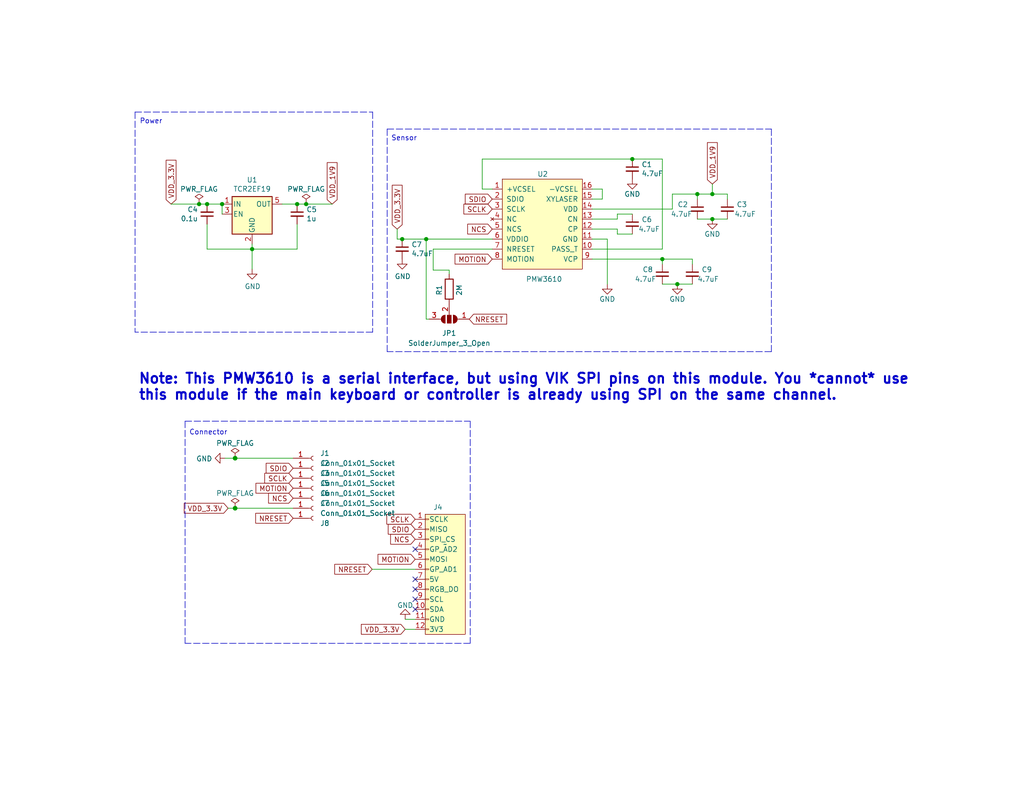
<source format=kicad_sch>
(kicad_sch (version 20230121) (generator eeschema)

  (uuid 53450cca-0496-4005-a7ef-5b1ae88fa402)

  (paper "User" 259.994 200)

  (lib_symbols
    (symbol "Connector:Conn_01x01_Socket" (pin_names (offset 1.016) hide) (in_bom yes) (on_board yes)
      (property "Reference" "J" (at 0 2.54 0)
        (effects (font (size 1.27 1.27)))
      )
      (property "Value" "Conn_01x01_Socket" (at 0 -2.54 0)
        (effects (font (size 1.27 1.27)))
      )
      (property "Footprint" "" (at 0 0 0)
        (effects (font (size 1.27 1.27)) hide)
      )
      (property "Datasheet" "~" (at 0 0 0)
        (effects (font (size 1.27 1.27)) hide)
      )
      (property "ki_locked" "" (at 0 0 0)
        (effects (font (size 1.27 1.27)))
      )
      (property "ki_keywords" "connector" (at 0 0 0)
        (effects (font (size 1.27 1.27)) hide)
      )
      (property "ki_description" "Generic connector, single row, 01x01, script generated" (at 0 0 0)
        (effects (font (size 1.27 1.27)) hide)
      )
      (property "ki_fp_filters" "Connector*:*_1x??_*" (at 0 0 0)
        (effects (font (size 1.27 1.27)) hide)
      )
      (symbol "Conn_01x01_Socket_1_1"
        (polyline
          (pts
            (xy -1.27 0)
            (xy -0.508 0)
          )
          (stroke (width 0.1524) (type default))
          (fill (type none))
        )
        (arc (start 0 0.508) (mid -0.5058 0) (end 0 -0.508)
          (stroke (width 0.1524) (type default))
          (fill (type none))
        )
        (pin passive line (at -5.08 0 0) (length 3.81)
          (name "Pin_1" (effects (font (size 1.27 1.27))))
          (number "1" (effects (font (size 1.27 1.27))))
        )
      )
    )
    (symbol "Device:C_Small" (pin_numbers hide) (pin_names (offset 0.254) hide) (in_bom yes) (on_board yes)
      (property "Reference" "C" (at 0.254 1.778 0)
        (effects (font (size 1.27 1.27)) (justify left))
      )
      (property "Value" "C_Small" (at 0.254 -2.032 0)
        (effects (font (size 1.27 1.27)) (justify left))
      )
      (property "Footprint" "" (at 0 0 0)
        (effects (font (size 1.27 1.27)) hide)
      )
      (property "Datasheet" "~" (at 0 0 0)
        (effects (font (size 1.27 1.27)) hide)
      )
      (property "ki_keywords" "capacitor cap" (at 0 0 0)
        (effects (font (size 1.27 1.27)) hide)
      )
      (property "ki_description" "Unpolarized capacitor, small symbol" (at 0 0 0)
        (effects (font (size 1.27 1.27)) hide)
      )
      (property "ki_fp_filters" "C_*" (at 0 0 0)
        (effects (font (size 1.27 1.27)) hide)
      )
      (symbol "C_Small_0_1"
        (polyline
          (pts
            (xy -1.524 -0.508)
            (xy 1.524 -0.508)
          )
          (stroke (width 0.3302) (type default))
          (fill (type none))
        )
        (polyline
          (pts
            (xy -1.524 0.508)
            (xy 1.524 0.508)
          )
          (stroke (width 0.3048) (type default))
          (fill (type none))
        )
      )
      (symbol "C_Small_1_1"
        (pin passive line (at 0 2.54 270) (length 2.032)
          (name "~" (effects (font (size 1.27 1.27))))
          (number "1" (effects (font (size 1.27 1.27))))
        )
        (pin passive line (at 0 -2.54 90) (length 2.032)
          (name "~" (effects (font (size 1.27 1.27))))
          (number "2" (effects (font (size 1.27 1.27))))
        )
      )
    )
    (symbol "Device:R" (pin_numbers hide) (pin_names (offset 0)) (in_bom yes) (on_board yes)
      (property "Reference" "R" (at 2.032 0 90)
        (effects (font (size 1.27 1.27)))
      )
      (property "Value" "R" (at 0 0 90)
        (effects (font (size 1.27 1.27)))
      )
      (property "Footprint" "" (at -1.778 0 90)
        (effects (font (size 1.27 1.27)) hide)
      )
      (property "Datasheet" "~" (at 0 0 0)
        (effects (font (size 1.27 1.27)) hide)
      )
      (property "ki_keywords" "R res resistor" (at 0 0 0)
        (effects (font (size 1.27 1.27)) hide)
      )
      (property "ki_description" "Resistor" (at 0 0 0)
        (effects (font (size 1.27 1.27)) hide)
      )
      (property "ki_fp_filters" "R_*" (at 0 0 0)
        (effects (font (size 1.27 1.27)) hide)
      )
      (symbol "R_0_1"
        (rectangle (start -1.016 -2.54) (end 1.016 2.54)
          (stroke (width 0.254) (type default))
          (fill (type none))
        )
      )
      (symbol "R_1_1"
        (pin passive line (at 0 3.81 270) (length 1.27)
          (name "~" (effects (font (size 1.27 1.27))))
          (number "1" (effects (font (size 1.27 1.27))))
        )
        (pin passive line (at 0 -3.81 90) (length 1.27)
          (name "~" (effects (font (size 1.27 1.27))))
          (number "2" (effects (font (size 1.27 1.27))))
        )
      )
    )
    (symbol "Jumper:SolderJumper_3_Open" (pin_names (offset 0) hide) (in_bom yes) (on_board yes)
      (property "Reference" "JP" (at -2.54 -2.54 0)
        (effects (font (size 1.27 1.27)))
      )
      (property "Value" "SolderJumper_3_Open" (at 0 2.794 0)
        (effects (font (size 1.27 1.27)))
      )
      (property "Footprint" "" (at 0 0 0)
        (effects (font (size 1.27 1.27)) hide)
      )
      (property "Datasheet" "~" (at 0 0 0)
        (effects (font (size 1.27 1.27)) hide)
      )
      (property "ki_keywords" "Solder Jumper SPDT" (at 0 0 0)
        (effects (font (size 1.27 1.27)) hide)
      )
      (property "ki_description" "Solder Jumper, 3-pole, open" (at 0 0 0)
        (effects (font (size 1.27 1.27)) hide)
      )
      (property "ki_fp_filters" "SolderJumper*Open*" (at 0 0 0)
        (effects (font (size 1.27 1.27)) hide)
      )
      (symbol "SolderJumper_3_Open_0_1"
        (arc (start -1.016 1.016) (mid -2.0276 0) (end -1.016 -1.016)
          (stroke (width 0) (type default))
          (fill (type none))
        )
        (arc (start -1.016 1.016) (mid -2.0276 0) (end -1.016 -1.016)
          (stroke (width 0) (type default))
          (fill (type outline))
        )
        (rectangle (start -0.508 1.016) (end 0.508 -1.016)
          (stroke (width 0) (type default))
          (fill (type outline))
        )
        (polyline
          (pts
            (xy -2.54 0)
            (xy -2.032 0)
          )
          (stroke (width 0) (type default))
          (fill (type none))
        )
        (polyline
          (pts
            (xy -1.016 1.016)
            (xy -1.016 -1.016)
          )
          (stroke (width 0) (type default))
          (fill (type none))
        )
        (polyline
          (pts
            (xy 0 -1.27)
            (xy 0 -1.016)
          )
          (stroke (width 0) (type default))
          (fill (type none))
        )
        (polyline
          (pts
            (xy 1.016 1.016)
            (xy 1.016 -1.016)
          )
          (stroke (width 0) (type default))
          (fill (type none))
        )
        (polyline
          (pts
            (xy 2.54 0)
            (xy 2.032 0)
          )
          (stroke (width 0) (type default))
          (fill (type none))
        )
        (arc (start 1.016 -1.016) (mid 2.0276 0) (end 1.016 1.016)
          (stroke (width 0) (type default))
          (fill (type none))
        )
        (arc (start 1.016 -1.016) (mid 2.0276 0) (end 1.016 1.016)
          (stroke (width 0) (type default))
          (fill (type outline))
        )
      )
      (symbol "SolderJumper_3_Open_1_1"
        (pin passive line (at -5.08 0 0) (length 2.54)
          (name "A" (effects (font (size 1.27 1.27))))
          (number "1" (effects (font (size 1.27 1.27))))
        )
        (pin passive line (at 0 -3.81 90) (length 2.54)
          (name "C" (effects (font (size 1.27 1.27))))
          (number "2" (effects (font (size 1.27 1.27))))
        )
        (pin passive line (at 5.08 0 180) (length 2.54)
          (name "B" (effects (font (size 1.27 1.27))))
          (number "3" (effects (font (size 1.27 1.27))))
        )
      )
    )
    (symbol "Regulator_Linear:TLV70218_SOT23-5" (pin_names (offset 0.254)) (in_bom yes) (on_board yes)
      (property "Reference" "U" (at -3.81 5.715 0)
        (effects (font (size 1.27 1.27)))
      )
      (property "Value" "TLV70218_SOT23-5" (at 0 5.715 0)
        (effects (font (size 1.27 1.27)) (justify left))
      )
      (property "Footprint" "Package_TO_SOT_SMD:SOT-23-5" (at 0 8.255 0)
        (effects (font (size 1.27 1.27) italic) hide)
      )
      (property "Datasheet" "http://www.ti.com/lit/ds/symlink/tlv702.pdf" (at 0 1.27 0)
        (effects (font (size 1.27 1.27)) hide)
      )
      (property "ki_keywords" "300mA LDO Regulator Fixed Positive" (at 0 0 0)
        (effects (font (size 1.27 1.27)) hide)
      )
      (property "ki_description" "300mA Low Dropout Voltage Regulator, Fixed Output 1.8V, SOT-23-5" (at 0 0 0)
        (effects (font (size 1.27 1.27)) hide)
      )
      (property "ki_fp_filters" "SOT?23*" (at 0 0 0)
        (effects (font (size 1.27 1.27)) hide)
      )
      (symbol "TLV70218_SOT23-5_0_1"
        (rectangle (start -5.08 4.445) (end 5.08 -5.08)
          (stroke (width 0.254) (type default))
          (fill (type background))
        )
      )
      (symbol "TLV70218_SOT23-5_1_1"
        (pin power_in line (at -7.62 2.54 0) (length 2.54)
          (name "IN" (effects (font (size 1.27 1.27))))
          (number "1" (effects (font (size 1.27 1.27))))
        )
        (pin power_in line (at 0 -7.62 90) (length 2.54)
          (name "GND" (effects (font (size 1.27 1.27))))
          (number "2" (effects (font (size 1.27 1.27))))
        )
        (pin input line (at -7.62 0 0) (length 2.54)
          (name "EN" (effects (font (size 1.27 1.27))))
          (number "3" (effects (font (size 1.27 1.27))))
        )
        (pin no_connect line (at 5.08 0 180) (length 2.54) hide
          (name "NC" (effects (font (size 1.27 1.27))))
          (number "4" (effects (font (size 1.27 1.27))))
        )
        (pin power_out line (at 7.62 2.54 180) (length 2.54)
          (name "OUT" (effects (font (size 1.27 1.27))))
          (number "5" (effects (font (size 1.27 1.27))))
        )
      )
    )
    (symbol "mysymbol:PMW3610" (pin_names (offset 1.016)) (in_bom yes) (on_board yes)
      (property "Reference" "U?" (at -1.27 17.78 0)
        (effects (font (size 1.27 1.27)) (justify left))
      )
      (property "Value" "PMW3610" (at 10.16 -12.7 0)
        (effects (font (size 1.27 1.27)) (justify right))
      )
      (property "Footprint" "mylib:PMW3610" (at 0 13.97 0)
        (effects (font (size 1.27 1.27)) hide)
      )
      (property "Datasheet" "" (at 0 13.97 0)
        (effects (font (size 1.27 1.27)) hide)
      )
      (property "ki_keywords" "optical mouse sensor" (at 0 0 0)
        (effects (font (size 1.27 1.27)) hide)
      )
      (property "ki_description" "https://www.pixart.com/products-detail/21/PMW3610DM-SUDU" (at 0 0 0)
        (effects (font (size 1.27 1.27)) hide)
      )
      (symbol "PMW3610_0_0"
        (pin input line (at -12.7 10.16 0) (length 2.54)
          (name "+VCSEL" (effects (font (size 1.27 1.27))))
          (number "1" (effects (font (size 1.27 1.27))))
        )
        (pin unspecified line (at 12.7 -5.08 180) (length 2.54)
          (name "PASS_T" (effects (font (size 1.27 1.27))))
          (number "10" (effects (font (size 1.27 1.27))))
        )
        (pin input line (at 12.7 -2.54 180) (length 2.54)
          (name "GND" (effects (font (size 1.27 1.27))))
          (number "11" (effects (font (size 1.27 1.27))))
        )
        (pin unspecified line (at 12.7 0 180) (length 2.54)
          (name "CP" (effects (font (size 1.27 1.27))))
          (number "12" (effects (font (size 1.27 1.27))))
        )
        (pin unspecified line (at 12.7 2.54 180) (length 2.54)
          (name "CN" (effects (font (size 1.27 1.27))))
          (number "13" (effects (font (size 1.27 1.27))))
        )
        (pin power_in line (at 12.7 5.08 180) (length 2.54)
          (name "VDD" (effects (font (size 1.27 1.27))))
          (number "14" (effects (font (size 1.27 1.27))))
        )
        (pin input line (at 12.7 7.62 180) (length 2.54)
          (name "XYLASER" (effects (font (size 1.27 1.27))))
          (number "15" (effects (font (size 1.27 1.27))))
        )
        (pin unspecified line (at 12.7 10.16 180) (length 2.54)
          (name "-VCSEL" (effects (font (size 1.27 1.27))))
          (number "16" (effects (font (size 1.27 1.27))))
        )
        (pin bidirectional line (at -12.7 7.62 0) (length 2.54)
          (name "SDIO" (effects (font (size 1.27 1.27))))
          (number "2" (effects (font (size 1.27 1.27))))
        )
        (pin input line (at -12.7 5.08 0) (length 2.54)
          (name "SCLK" (effects (font (size 1.27 1.27))))
          (number "3" (effects (font (size 1.27 1.27))))
        )
        (pin no_connect line (at -12.7 2.54 0) (length 2.54)
          (name "NC" (effects (font (size 1.27 1.27))))
          (number "4" (effects (font (size 1.27 1.27))))
        )
        (pin input line (at -12.7 0 0) (length 2.54)
          (name "NCS" (effects (font (size 1.27 1.27))))
          (number "5" (effects (font (size 1.27 1.27))))
        )
        (pin input line (at -12.7 -2.54 0) (length 2.54)
          (name "VDDIO" (effects (font (size 1.27 1.27))))
          (number "6" (effects (font (size 1.27 1.27))))
        )
        (pin input line (at -12.7 -5.08 0) (length 2.54)
          (name "NRESET" (effects (font (size 1.27 1.27))))
          (number "7" (effects (font (size 1.27 1.27))))
        )
        (pin output line (at -12.7 -7.62 0) (length 2.54)
          (name "MOTION" (effects (font (size 1.27 1.27))))
          (number "8" (effects (font (size 1.27 1.27))))
        )
        (pin unspecified line (at 12.7 -7.62 180) (length 2.54)
          (name "VCP" (effects (font (size 1.27 1.27))))
          (number "9" (effects (font (size 1.27 1.27))))
        )
      )
      (symbol "PMW3610_0_1"
        (rectangle (start -10.16 12.7) (end 10.16 -10.16)
          (stroke (width 0) (type default))
          (fill (type background))
        )
      )
    )
    (symbol "power:GND" (power) (pin_names (offset 0)) (in_bom yes) (on_board yes)
      (property "Reference" "#PWR" (at 0 -6.35 0)
        (effects (font (size 1.27 1.27)) hide)
      )
      (property "Value" "GND" (at 0 -3.81 0)
        (effects (font (size 1.27 1.27)))
      )
      (property "Footprint" "" (at 0 0 0)
        (effects (font (size 1.27 1.27)) hide)
      )
      (property "Datasheet" "" (at 0 0 0)
        (effects (font (size 1.27 1.27)) hide)
      )
      (property "ki_keywords" "power-flag" (at 0 0 0)
        (effects (font (size 1.27 1.27)) hide)
      )
      (property "ki_description" "Power symbol creates a global label with name \"GND\" , ground" (at 0 0 0)
        (effects (font (size 1.27 1.27)) hide)
      )
      (symbol "GND_0_1"
        (polyline
          (pts
            (xy 0 0)
            (xy 0 -1.27)
            (xy 1.27 -1.27)
            (xy 0 -2.54)
            (xy -1.27 -1.27)
            (xy 0 -1.27)
          )
          (stroke (width 0) (type default))
          (fill (type none))
        )
      )
      (symbol "GND_1_1"
        (pin power_in line (at 0 0 270) (length 0) hide
          (name "GND" (effects (font (size 1.27 1.27))))
          (number "1" (effects (font (size 1.27 1.27))))
        )
      )
    )
    (symbol "power:PWR_FLAG" (power) (pin_numbers hide) (pin_names (offset 0) hide) (in_bom yes) (on_board yes)
      (property "Reference" "#FLG" (at 0 1.905 0)
        (effects (font (size 1.27 1.27)) hide)
      )
      (property "Value" "PWR_FLAG" (at 0 3.81 0)
        (effects (font (size 1.27 1.27)))
      )
      (property "Footprint" "" (at 0 0 0)
        (effects (font (size 1.27 1.27)) hide)
      )
      (property "Datasheet" "~" (at 0 0 0)
        (effects (font (size 1.27 1.27)) hide)
      )
      (property "ki_keywords" "power-flag" (at 0 0 0)
        (effects (font (size 1.27 1.27)) hide)
      )
      (property "ki_description" "Special symbol for telling ERC where power comes from" (at 0 0 0)
        (effects (font (size 1.27 1.27)) hide)
      )
      (symbol "PWR_FLAG_0_0"
        (pin power_out line (at 0 0 90) (length 0)
          (name "pwr" (effects (font (size 1.27 1.27))))
          (number "1" (effects (font (size 1.27 1.27))))
        )
      )
      (symbol "PWR_FLAG_0_1"
        (polyline
          (pts
            (xy 0 0)
            (xy 0 1.27)
            (xy -1.016 1.905)
            (xy 0 2.54)
            (xy 1.016 1.905)
            (xy 0 1.27)
          )
          (stroke (width 0) (type default))
          (fill (type none))
        )
      )
    )
    (symbol "vik:vik-module-connector" (pin_names (offset 1)) (in_bom yes) (on_board yes)
      (property "Reference" "J" (at 0 15.875 0)
        (effects (font (size 1.27 1.27)))
      )
      (property "Value" "vik-module-connector" (at 0 -17.78 0)
        (effects (font (size 1.27 1.27)) hide)
      )
      (property "Footprint" "" (at 0 6.35 0)
        (effects (font (size 1.27 1.27)) hide)
      )
      (property "Datasheet" "" (at 0 6.35 0)
        (effects (font (size 1.27 1.27)) hide)
      )
      (symbol "vik-module-connector_1_1"
        (rectangle (start -5.08 13.97) (end 5.08 -16.51)
          (stroke (width 0) (type default))
          (fill (type background))
        )
        (rectangle (start -5.0546 -15.113) (end -4.191 -15.367)
          (stroke (width 0.1) (type default))
          (fill (type none))
        )
        (rectangle (start -5.0546 -12.573) (end -4.191 -12.827)
          (stroke (width 0.1) (type default))
          (fill (type none))
        )
        (rectangle (start -5.0546 -10.033) (end -4.191 -10.287)
          (stroke (width 0.1) (type default))
          (fill (type none))
        )
        (rectangle (start -5.0546 -7.493) (end -4.191 -7.747)
          (stroke (width 0.1) (type default))
          (fill (type none))
        )
        (rectangle (start -5.0546 -4.953) (end -4.191 -5.207)
          (stroke (width 0.1) (type default))
          (fill (type none))
        )
        (rectangle (start -5.0546 -2.413) (end -4.191 -2.667)
          (stroke (width 0.1) (type default))
          (fill (type none))
        )
        (rectangle (start -5.0546 0.127) (end -4.191 -0.127)
          (stroke (width 0.1) (type default))
          (fill (type none))
        )
        (rectangle (start -5.0546 2.667) (end -4.191 2.413)
          (stroke (width 0.1) (type default))
          (fill (type none))
        )
        (rectangle (start -5.0546 5.207) (end -4.191 4.953)
          (stroke (width 0.1) (type default))
          (fill (type none))
        )
        (rectangle (start -5.0546 7.747) (end -4.191 7.493)
          (stroke (width 0.1) (type default))
          (fill (type none))
        )
        (rectangle (start -5.0546 10.287) (end -4.191 10.033)
          (stroke (width 0.1) (type default))
          (fill (type none))
        )
        (rectangle (start -5.0546 12.827) (end -4.191 12.573)
          (stroke (width 0.1) (type default))
          (fill (type none))
        )
        (pin output line (at -7.62 12.7 0) (length 2.54)
          (name "SCLK" (effects (font (size 1.27 1.27))))
          (number "1" (effects (font (size 1.27 1.27))))
        )
        (pin bidirectional line (at -7.62 -10.16 0) (length 2.54)
          (name "SDA" (effects (font (size 1.27 1.27))))
          (number "10" (effects (font (size 1.27 1.27))))
        )
        (pin power_out line (at -7.62 -12.7 0) (length 2.54)
          (name "GND" (effects (font (size 1.27 1.27))))
          (number "11" (effects (font (size 1.27 1.27))))
        )
        (pin power_out line (at -7.62 -15.24 0) (length 2.54)
          (name "3V3" (effects (font (size 1.27 1.27))))
          (number "12" (effects (font (size 1.27 1.27))))
        )
        (pin tri_state line (at -7.62 10.16 0) (length 2.54)
          (name "MISO" (effects (font (size 1.27 1.27))))
          (number "2" (effects (font (size 1.27 1.27))))
        )
        (pin output line (at -7.62 7.62 0) (length 2.54)
          (name "SPI_CS" (effects (font (size 1.27 1.27))))
          (number "3" (effects (font (size 1.27 1.27))))
        )
        (pin bidirectional line (at -7.62 5.08 0) (length 2.54)
          (name "GP_AD2" (effects (font (size 1.27 1.27))))
          (number "4" (effects (font (size 1.27 1.27))))
        )
        (pin output line (at -7.62 2.54 0) (length 2.54)
          (name "MOSI" (effects (font (size 1.27 1.27))))
          (number "5" (effects (font (size 1.27 1.27))))
        )
        (pin bidirectional line (at -7.62 0 0) (length 2.54)
          (name "GP_AD1" (effects (font (size 1.27 1.27))))
          (number "6" (effects (font (size 1.27 1.27))))
        )
        (pin power_out line (at -7.62 -2.54 0) (length 2.54)
          (name "5V" (effects (font (size 1.27 1.27))))
          (number "7" (effects (font (size 1.27 1.27))))
        )
        (pin output line (at -7.62 -5.08 0) (length 2.54)
          (name "RGB_DO" (effects (font (size 1.27 1.27))))
          (number "8" (effects (font (size 1.27 1.27))))
        )
        (pin bidirectional line (at -7.62 -7.62 0) (length 2.54)
          (name "SCL" (effects (font (size 1.27 1.27))))
          (number "9" (effects (font (size 1.27 1.27))))
        )
      )
    )
  )

  (junction (at 77.724 51.816) (diameter 0) (color 0 0 0 0)
    (uuid 05fc9e71-42ac-40ec-aa7d-9abc58758c2c)
  )
  (junction (at 50.546 51.816) (diameter 0) (color 0 0 0 0)
    (uuid 0b2843c0-4409-4c18-81f3-662529bf00ec)
  )
  (junction (at 64.008 63.246) (diameter 0) (color 0 0 0 0)
    (uuid 10d0e8f3-fddb-4eac-917f-4364013d5539)
  )
  (junction (at 59.69 129.032) (diameter 1.016) (color 0 0 0 0)
    (uuid 46c7f09b-1918-43b5-b0e0-8e574991edfa)
  )
  (junction (at 108.204 60.706) (diameter 0) (color 0 0 0 0)
    (uuid 49c9762c-8604-4a07-a1cd-7383a1dd90d7)
  )
  (junction (at 180.848 49.276) (diameter 0) (color 0 0 0 0)
    (uuid 4bff486d-a36b-4502-a46b-922df46be35f)
  )
  (junction (at 168.148 65.786) (diameter 0) (color 0 0 0 0)
    (uuid 4c2296af-32ad-43f5-a2a0-7acff7a8cb73)
  )
  (junction (at 52.578 51.816) (diameter 0) (color 0 0 0 0)
    (uuid 6182facb-9838-4626-8330-5d06c1a16807)
  )
  (junction (at 102.108 60.706) (diameter 0) (color 0 0 0 0)
    (uuid 69f05ef5-5d05-456e-8594-9fe4aebe7abc)
  )
  (junction (at 171.958 72.136) (diameter 0) (color 0 0 0 0)
    (uuid 764e9b26-4057-4449-8217-56505e0f3401)
  )
  (junction (at 177.038 49.276) (diameter 0) (color 0 0 0 0)
    (uuid 7aa052d0-9b16-4032-98c4-1554e6486510)
  )
  (junction (at 56.388 51.816) (diameter 0) (color 0 0 0 0)
    (uuid 9ba4c7ff-e95d-44f3-9130-7648a30c506e)
  )
  (junction (at 180.848 55.626) (diameter 0) (color 0 0 0 0)
    (uuid b30de638-2fd9-4098-99da-1162e6d2e91d)
  )
  (junction (at 160.528 40.386) (diameter 0) (color 0 0 0 0)
    (uuid bfd87b05-4ebc-4172-9869-55843457474c)
  )
  (junction (at 59.69 116.332) (diameter 1.016) (color 0 0 0 0)
    (uuid c7e0c2fb-0b11-4108-b8fd-3b83aecfd9f9)
  )
  (junction (at 75.438 51.816) (diameter 0) (color 0 0 0 0)
    (uuid e60135aa-f13b-4d7f-a02d-9f5e9a476e7c)
  )

  (no_connect (at 105.41 139.446) (uuid 502430e9-9de1-4d8c-bec2-2e258ac1dcc6))
  (no_connect (at 105.41 152.146) (uuid c057f09c-e547-495b-9f13-42b269c79b6c))
  (no_connect (at 105.41 147.066) (uuid c582bfe5-a1d0-4b41-8d97-60470c78be3f))
  (no_connect (at 105.41 149.606) (uuid c8970736-b146-4c72-b47a-72cc99463216))
  (no_connect (at 105.41 154.686) (uuid cfc51d14-ac10-4add-8455-b911154a7984))

  (wire (pts (xy 156.718 58.166) (xy 156.718 59.436))
    (stroke (width 0) (type default))
    (uuid 005f7bba-a8a9-4e07-ad6d-de2e5146ff30)
  )
  (wire (pts (xy 150.368 63.246) (xy 168.148 63.246))
    (stroke (width 0) (type default))
    (uuid 01a1e18e-1544-4b7c-930a-f0329542b117)
  )
  (wire (pts (xy 150.368 65.786) (xy 168.148 65.786))
    (stroke (width 0) (type default))
    (uuid 028ac1b4-e1ed-461b-997d-aadb6b1ef972)
  )
  (wire (pts (xy 102.87 157.226) (xy 105.41 157.226))
    (stroke (width 0) (type default))
    (uuid 0500ed0c-beaa-40eb-878c-26adeac8758a)
  )
  (wire (pts (xy 177.038 55.626) (xy 180.848 55.626))
    (stroke (width 0) (type default))
    (uuid 06279e58-47a9-4b33-bb57-83d7a618b3cc)
  )
  (polyline (pts (xy 94.615 84.328) (xy 34.29 84.328))
    (stroke (width 0) (type dash))
    (uuid 08277c20-675f-4d6c-925d-0865f786fd40)
  )

  (wire (pts (xy 180.848 46.736) (xy 180.848 49.276))
    (stroke (width 0) (type default))
    (uuid 0a152b35-cee2-4ae5-98f7-8023305fb425)
  )
  (wire (pts (xy 168.148 65.786) (xy 168.148 67.056))
    (stroke (width 0) (type default))
    (uuid 0a607643-7cbe-40aa-8963-65165d337d58)
  )
  (wire (pts (xy 168.148 65.786) (xy 175.768 65.786))
    (stroke (width 0) (type default))
    (uuid 0c3504f3-b1ac-4d16-89e8-22bd078339b8)
  )
  (wire (pts (xy 150.368 53.086) (xy 170.688 53.086))
    (stroke (width 0) (type default))
    (uuid 0d86b945-64e9-4651-9ea5-c62eab42eae7)
  )
  (wire (pts (xy 168.148 72.136) (xy 171.958 72.136))
    (stroke (width 0) (type default))
    (uuid 11e5ad7c-b3cd-4d0a-b629-21b4d9115b6f)
  )
  (wire (pts (xy 57.15 116.332) (xy 59.69 116.332))
    (stroke (width 0) (type solid))
    (uuid 131760a0-4fd8-47c2-b7d2-f165e55d270d)
  )
  (wire (pts (xy 59.69 116.332) (xy 74.422 116.332))
    (stroke (width 0) (type solid))
    (uuid 13b9708f-c645-4d91-a560-9076367119ea)
  )
  (polyline (pts (xy 46.99 106.934) (xy 119.38 106.934))
    (stroke (width 0) (type dash))
    (uuid 14949c18-7bb0-49ec-a7c3-2a947a182ff0)
  )

  (wire (pts (xy 180.848 55.626) (xy 184.658 55.626))
    (stroke (width 0) (type default))
    (uuid 1809bff9-7d40-4a06-bcd7-279ae832f60e)
  )
  (wire (pts (xy 170.688 53.086) (xy 170.688 49.276))
    (stroke (width 0) (type default))
    (uuid 1e19bf05-b5da-4f98-a090-ff9ce77e27ae)
  )
  (polyline (pts (xy 195.834 89.281) (xy 98.298 89.281))
    (stroke (width 0) (type dash))
    (uuid 27f46a14-f7a7-47b9-b5c5-1ec9a462e3dc)
  )

  (wire (pts (xy 75.438 63.246) (xy 64.008 63.246))
    (stroke (width 0) (type default))
    (uuid 28524fc6-37a9-43e6-ad36-677957a0532a)
  )
  (wire (pts (xy 57.912 129.032) (xy 59.69 129.032))
    (stroke (width 0) (type solid))
    (uuid 2aa43266-fc03-4afa-82e6-de312d3bc2db)
  )
  (polyline (pts (xy 195.834 32.766) (xy 195.834 89.281))
    (stroke (width 0) (type dash))
    (uuid 2ccb8353-8672-4df7-b9ce-4b4d3ac6e524)
  )

  (wire (pts (xy 122.428 48.006) (xy 124.968 48.006))
    (stroke (width 0) (type default))
    (uuid 2d804580-45d8-4d5b-af99-e9291a298cf1)
  )
  (wire (pts (xy 52.578 51.816) (xy 56.388 51.816))
    (stroke (width 0) (type default))
    (uuid 2e074f39-f341-4958-bef7-3b1a944c481f)
  )
  (wire (pts (xy 175.768 65.786) (xy 175.768 67.056))
    (stroke (width 0) (type default))
    (uuid 2e0dabf9-9d03-4ae2-a692-3c4816b0e21f)
  )
  (wire (pts (xy 171.958 72.136) (xy 175.768 72.136))
    (stroke (width 0) (type default))
    (uuid 3a0a9998-2cda-4da2-9cf5-e90d754bd38f)
  )
  (wire (pts (xy 64.008 61.976) (xy 64.008 63.246))
    (stroke (width 0) (type default))
    (uuid 3b85451a-6e12-45fc-96a1-77360bc18215)
  )
  (wire (pts (xy 109.982 63.246) (xy 124.968 63.246))
    (stroke (width 0) (type default))
    (uuid 44e3e545-67b4-4f0f-bef3-d33b192ed48d)
  )
  (wire (pts (xy 52.578 56.896) (xy 52.578 63.246))
    (stroke (width 0) (type default))
    (uuid 4ee0ea3c-39fa-4305-9302-2ee36fb0816a)
  )
  (wire (pts (xy 50.546 51.816) (xy 52.578 51.816))
    (stroke (width 0) (type default))
    (uuid 518be694-cbc8-42cc-8c1d-4c5300b46198)
  )
  (wire (pts (xy 150.368 48.006) (xy 152.908 48.006))
    (stroke (width 0) (type default))
    (uuid 5b6f374d-8259-4c2b-b68d-008e47d1c5ca)
  )
  (polyline (pts (xy 94.615 28.448) (xy 94.615 84.328))
    (stroke (width 0) (type dash))
    (uuid 608c8aae-18e9-4d0b-a90d-2c3a1862e810)
  )

  (wire (pts (xy 56.388 54.356) (xy 56.388 51.816))
    (stroke (width 0) (type default))
    (uuid 6a7769c3-c80d-4f67-890e-9d198d478ddd)
  )
  (wire (pts (xy 160.528 40.386) (xy 122.428 40.386))
    (stroke (width 0) (type default))
    (uuid 6ab74b71-198a-4d67-b9ed-53d2613a5b5e)
  )
  (wire (pts (xy 114.046 68.58) (xy 109.982 68.58))
    (stroke (width 0) (type default))
    (uuid 6feb52a3-94e6-47ab-b036-fbd4f58bff86)
  )
  (wire (pts (xy 156.718 59.436) (xy 160.528 59.436))
    (stroke (width 0) (type default))
    (uuid 6ffa4a0b-131d-4bfe-aa83-11979c841713)
  )
  (wire (pts (xy 52.578 63.246) (xy 64.008 63.246))
    (stroke (width 0) (type default))
    (uuid 731de235-0a1b-4129-aca9-586f376a2413)
  )
  (polyline (pts (xy 119.38 163.322) (xy 46.99 163.322))
    (stroke (width 0) (type dash))
    (uuid 77b159e4-bd32-476f-8586-c0cadae015cc)
  )

  (wire (pts (xy 100.838 58.166) (xy 100.838 60.706))
    (stroke (width 0) (type default))
    (uuid 78516991-6fde-4cb5-a03e-6a16e2b8674c)
  )
  (wire (pts (xy 71.628 51.816) (xy 75.438 51.816))
    (stroke (width 0) (type default))
    (uuid 7bb94872-8dbb-49c9-ba04-f5628db9fbfd)
  )
  (wire (pts (xy 156.718 55.626) (xy 156.718 54.356))
    (stroke (width 0) (type default))
    (uuid 7d7c0909-b3f4-402e-a872-2a12bf0901e1)
  )
  (wire (pts (xy 150.368 50.546) (xy 152.908 50.546))
    (stroke (width 0) (type default))
    (uuid 81918f47-d111-4fbd-b94f-dab2f828be4c)
  )
  (wire (pts (xy 108.204 60.706) (xy 124.968 60.706))
    (stroke (width 0) (type default))
    (uuid 89b48ede-05e7-4db5-b1f3-c4562cc8b9c9)
  )
  (wire (pts (xy 59.69 129.032) (xy 74.422 129.032))
    (stroke (width 0) (type solid))
    (uuid 8afdb869-dd78-48f2-be92-9b95015b46d2)
  )
  (wire (pts (xy 180.848 49.276) (xy 184.658 49.276))
    (stroke (width 0) (type default))
    (uuid 955f65ce-fe86-419e-be65-585acb13ec18)
  )
  (wire (pts (xy 102.87 159.766) (xy 105.41 159.766))
    (stroke (width 0) (type default))
    (uuid 97519026-f837-4921-827a-933dc6fa8a17)
  )
  (polyline (pts (xy 46.99 106.934) (xy 46.99 163.322))
    (stroke (width 0) (type dash))
    (uuid a1f30f1c-7c72-4c12-8ec3-070d4513622a)
  )

  (wire (pts (xy 150.368 60.706) (xy 154.178 60.706))
    (stroke (width 0) (type default))
    (uuid b7ec94eb-e377-4843-a9d4-6c4661f41afb)
  )
  (wire (pts (xy 64.008 63.246) (xy 64.008 68.326))
    (stroke (width 0) (type default))
    (uuid b80307a9-b810-4fc6-81ab-e2a116bf8242)
  )
  (wire (pts (xy 168.148 40.386) (xy 160.528 40.386))
    (stroke (width 0) (type default))
    (uuid b8413942-d6c5-419c-abde-ad0808ce4040)
  )
  (wire (pts (xy 102.108 60.706) (xy 108.204 60.706))
    (stroke (width 0) (type default))
    (uuid b8af3bc1-3a02-4fd1-af9a-dcb440758d52)
  )
  (wire (pts (xy 156.718 54.356) (xy 160.528 54.356))
    (stroke (width 0) (type default))
    (uuid ba546f3f-9f91-45b7-b7e2-ee37445d0461)
  )
  (wire (pts (xy 177.038 49.276) (xy 177.038 50.546))
    (stroke (width 0) (type default))
    (uuid bd70cb30-fb80-4819-8695-036c532484ae)
  )
  (polyline (pts (xy 34.29 28.448) (xy 34.29 84.328))
    (stroke (width 0) (type dash))
    (uuid bdd469ab-4739-4272-9541-5a11378c3b1b)
  )

  (wire (pts (xy 108.204 81.026) (xy 108.204 60.706))
    (stroke (width 0) (type default))
    (uuid bfa79116-6441-4d3a-83a6-e266bc45a50a)
  )
  (wire (pts (xy 109.982 68.58) (xy 109.982 63.246))
    (stroke (width 0) (type default))
    (uuid c3c11dfc-23c9-4c73-ab98-5972c49d4c48)
  )
  (wire (pts (xy 122.428 40.386) (xy 122.428 48.006))
    (stroke (width 0) (type default))
    (uuid cb848295-591b-4fc5-a51a-bce8a59b5c70)
  )
  (polyline (pts (xy 98.298 32.766) (xy 98.298 89.281))
    (stroke (width 0) (type dash))
    (uuid cd8c3ded-1ae0-460a-9d57-472c5acd2679)
  )

  (wire (pts (xy 150.368 58.166) (xy 156.718 58.166))
    (stroke (width 0) (type default))
    (uuid cf2ca2b8-c110-4ac7-9be4-383392984644)
  )
  (wire (pts (xy 43.434 51.816) (xy 50.546 51.816))
    (stroke (width 0) (type default))
    (uuid d1525301-9250-4c5c-965c-7f3334c33709)
  )
  (wire (pts (xy 170.688 49.276) (xy 177.038 49.276))
    (stroke (width 0) (type default))
    (uuid d326ebbf-79b6-48d2-a6a7-ad8abb56bf3d)
  )
  (wire (pts (xy 152.908 48.006) (xy 152.908 50.546))
    (stroke (width 0) (type default))
    (uuid dc90f27a-0582-4841-9940-0576394bdc04)
  )
  (wire (pts (xy 77.724 51.816) (xy 75.438 51.816))
    (stroke (width 0) (type default))
    (uuid e03d57e1-f0e6-4e76-b310-9e9e8cf97ed6)
  )
  (wire (pts (xy 154.178 60.706) (xy 154.178 72.136))
    (stroke (width 0) (type default))
    (uuid e84c1345-f09e-4367-a88c-c0057c80e52f)
  )
  (wire (pts (xy 75.438 56.896) (xy 75.438 63.246))
    (stroke (width 0) (type default))
    (uuid e8954351-c94d-4870-9463-71cfee4378c5)
  )
  (wire (pts (xy 150.368 55.626) (xy 156.718 55.626))
    (stroke (width 0) (type default))
    (uuid ee217293-ddc6-462b-afed-e924309e0558)
  )
  (wire (pts (xy 100.838 60.706) (xy 102.108 60.706))
    (stroke (width 0) (type default))
    (uuid efbb107e-c155-45b9-a022-6056017c473f)
  )
  (wire (pts (xy 84.328 51.816) (xy 77.724 51.816))
    (stroke (width 0) (type default))
    (uuid f241e0ee-d3d0-4acb-927b-10754037fbc9)
  )
  (polyline (pts (xy 119.38 106.934) (xy 119.38 163.322))
    (stroke (width 0) (type dash))
    (uuid f2a06ab9-861c-4304-a82d-082f7451fbfa)
  )

  (wire (pts (xy 108.204 81.026) (xy 108.966 81.026))
    (stroke (width 0) (type default))
    (uuid f557fcaa-560b-4e15-a47d-42a9b65c95cc)
  )
  (wire (pts (xy 168.148 63.246) (xy 168.148 40.386))
    (stroke (width 0) (type default))
    (uuid f5606098-a4b5-4eeb-9fa5-f9d99a2e7a01)
  )
  (wire (pts (xy 114.046 68.58) (xy 114.046 69.596))
    (stroke (width 0) (type default))
    (uuid f67ec8d5-4fdb-4d3c-8eba-db9fddd171dd)
  )
  (polyline (pts (xy 98.298 32.766) (xy 195.834 32.766))
    (stroke (width 0) (type dash))
    (uuid f89487fd-866d-4486-880e-ce7d7251f6e8)
  )
  (polyline (pts (xy 34.29 28.448) (xy 94.615 28.448))
    (stroke (width 0) (type dash))
    (uuid f8c747bc-e55d-4009-a525-835f3c84c6eb)
  )

  (wire (pts (xy 94.488 144.526) (xy 105.41 144.526))
    (stroke (width 0) (type default))
    (uuid f965cbda-b4d3-4a89-a487-ec60b06edd37)
  )
  (wire (pts (xy 180.848 49.276) (xy 177.038 49.276))
    (stroke (width 0) (type default))
    (uuid fa825aaa-fe71-49dc-8406-83d4a90e059c)
  )
  (wire (pts (xy 184.658 49.276) (xy 184.658 50.546))
    (stroke (width 0) (type default))
    (uuid ffa3077b-4b8f-4457-b85f-2611ac6fe647)
  )

  (text "Connector" (at 57.785 110.617 0)
    (effects (font (size 1.27 1.27)) (justify right bottom))
    (uuid 3cb36a6d-4973-4205-b863-493b39286581)
  )
  (text "Power" (at 41.275 31.623 0)
    (effects (font (size 1.27 1.27)) (justify right bottom))
    (uuid db977054-fd0e-4d9e-8472-2c51d8182cb0)
  )
  (text "Note: This PMW3610 is a serial interface, but using VIK SPI pins on this module. You *cannot* use\nthis module if the main keyboard or controller is already using SPI on the same channel."
    (at 35.052 101.854 0)
    (effects (font (size 2.54 2.54) (thickness 0.508) bold) (justify left bottom))
    (uuid e94ada06-b9c0-482b-8644-efd6d9ceade1)
  )
  (text "Sensor" (at 105.918 35.941 0)
    (effects (font (size 1.27 1.27)) (justify right bottom))
    (uuid f4905617-ead1-4613-b0ac-3cb6dcfc2567)
  )

  (global_label "SCLK" (shape input) (at 124.968 53.086 180) (fields_autoplaced)
    (effects (font (size 1.27 1.27)) (justify right))
    (uuid 0ccdb2ff-af2a-433c-990e-e25fac040a27)
    (property "Intersheetrefs" "${INTERSHEET_REFS}" (at 117.1895 53.086 0)
      (effects (font (size 1.27 1.27)) (justify right) hide)
    )
  )
  (global_label "SCLK" (shape input) (at 105.41 131.826 180)
    (effects (font (size 1.27 1.27)) (justify right))
    (uuid 0eeda04a-a45e-406a-9e16-8b4be1734811)
    (property "Intersheetrefs" "${INTERSHEET_REFS}" (at 98.2193 131.9054 0)
      (effects (font (size 1.27 1.27)) (justify right) hide)
    )
  )
  (global_label "MOTION" (shape input) (at 105.41 141.986 180) (fields_autoplaced)
    (effects (font (size 1.27 1.27)) (justify right))
    (uuid 1c1df8f8-f582-45fb-8114-6189253be97e)
    (property "Intersheetrefs" "${INTERSHEET_REFS}" (at 95.3938 141.986 0)
      (effects (font (size 1.27 1.27)) (justify right) hide)
    )
  )
  (global_label "VDD_1V9" (shape input) (at 180.848 46.736 90) (fields_autoplaced)
    (effects (font (size 1.27 1.27)) (justify left))
    (uuid 1c22332f-e1ae-4e88-8bda-73e741d3dedd)
    (property "Intersheetrefs" "${INTERSHEET_REFS}" (at 180.848 35.6313 90)
      (effects (font (size 1.27 1.27)) (justify left) hide)
    )
  )
  (global_label "SDIO" (shape input) (at 74.422 118.872 180) (fields_autoplaced)
    (effects (font (size 1.27 1.27)) (justify right))
    (uuid 21ecc7c8-bece-4fa6-92b1-914053ab3860)
    (property "Intersheetrefs" "${INTERSHEET_REFS}" (at 67.0063 118.872 0)
      (effects (font (size 1.27 1.27)) (justify right) hide)
    )
  )
  (global_label "VDD_1V9" (shape input) (at 84.328 51.816 90) (fields_autoplaced)
    (effects (font (size 1.27 1.27)) (justify left))
    (uuid 22b0c7f9-c0ec-4168-8739-32e2106e4f72)
    (property "Intersheetrefs" "${INTERSHEET_REFS}" (at 84.328 40.7113 90)
      (effects (font (size 1.27 1.27)) (justify left) hide)
    )
  )
  (global_label "NRESET" (shape input) (at 119.126 81.026 0) (fields_autoplaced)
    (effects (font (size 1.27 1.27)) (justify left))
    (uuid 23b09fa6-e2ee-4b66-808f-afc4fe20a02e)
    (property "Intersheetrefs" "${INTERSHEET_REFS}" (at 129.2025 81.026 0)
      (effects (font (size 1.27 1.27)) (justify left) hide)
    )
  )
  (global_label "SCLK" (shape input) (at 74.422 121.412 180)
    (effects (font (size 1.27 1.27)) (justify right))
    (uuid 28e17f7f-5255-4891-81bd-d484cd50722b)
    (property "Intersheetrefs" "${INTERSHEET_REFS}" (at 168.402 249.682 0)
      (effects (font (size 1.27 1.27)) hide)
    )
  )
  (global_label "MOTION" (shape input) (at 74.422 123.952 180) (fields_autoplaced)
    (effects (font (size 1.27 1.27)) (justify right))
    (uuid 30998c9a-d1f4-432c-8328-9bc188e04b91)
    (property "Intersheetrefs" "${INTERSHEET_REFS}" (at 64.4058 123.952 0)
      (effects (font (size 1.27 1.27)) (justify right) hide)
    )
  )
  (global_label "SDIO" (shape input) (at 124.968 50.546 180) (fields_autoplaced)
    (effects (font (size 1.27 1.27)) (justify right))
    (uuid 439e57fb-3fda-43db-b0fd-ac5b4eacc4c0)
    (property "Intersheetrefs" "${INTERSHEET_REFS}" (at 117.5523 50.546 0)
      (effects (font (size 1.27 1.27)) (justify right) hide)
    )
  )
  (global_label "NCS" (shape input) (at 74.422 126.492 180)
    (effects (font (size 1.27 1.27)) (justify right))
    (uuid 5bc1bb88-6134-4a68-a0e1-13d71fec2776)
    (property "Intersheetrefs" "${INTERSHEET_REFS}" (at 168.402 259.842 0)
      (effects (font (size 1.27 1.27)) hide)
    )
  )
  (global_label "SDIO" (shape input) (at 105.41 134.366 180) (fields_autoplaced)
    (effects (font (size 1.27 1.27)) (justify right))
    (uuid 62227061-4318-4622-9f8a-89e75476830d)
    (property "Intersheetrefs" "${INTERSHEET_REFS}" (at 97.9943 134.366 0)
      (effects (font (size 1.27 1.27)) (justify right) hide)
    )
  )
  (global_label "VDD_3.3V" (shape input) (at 100.838 58.166 90)
    (effects (font (size 1.27 1.27)) (justify left))
    (uuid 66acf5ef-9400-450d-8932-3c2e8c65ece0)
    (property "Intersheetrefs" "${INTERSHEET_REFS}" (at 100.7586 47.0443 90)
      (effects (font (size 1.27 1.27)) (justify left) hide)
    )
  )
  (global_label "VDD_3.3V" (shape input) (at 102.87 159.766 180)
    (effects (font (size 1.27 1.27)) (justify right))
    (uuid 66bda72c-38c5-4ca7-8620-0b8182ff690b)
    (property "Intersheetrefs" "${INTERSHEET_REFS}" (at 91.7483 159.8454 0)
      (effects (font (size 1.27 1.27)) (justify right) hide)
    )
  )
  (global_label "VDD_3.3V" (shape input) (at 57.912 129.032 180)
    (effects (font (size 1.27 1.27)) (justify right))
    (uuid 6acf2a72-cbad-49be-a68d-b36ca373152b)
    (property "Intersheetrefs" "${INTERSHEET_REFS}" (at 46.7903 129.1114 0)
      (effects (font (size 1.27 1.27)) (justify right) hide)
    )
  )
  (global_label "NRESET" (shape input) (at 74.422 131.572 180) (fields_autoplaced)
    (effects (font (size 1.27 1.27)) (justify right))
    (uuid 9dec0738-39f4-4b65-9160-69ed323b45d0)
    (property "Intersheetrefs" "${INTERSHEET_REFS}" (at 64.3455 131.572 0)
      (effects (font (size 1.27 1.27)) (justify right) hide)
    )
  )
  (global_label "NCS" (shape input) (at 105.41 136.906 180)
    (effects (font (size 1.27 1.27)) (justify right))
    (uuid a4563e93-e141-4dd4-8d1e-236aaa762daf)
    (property "Intersheetrefs" "${INTERSHEET_REFS}" (at 99.1869 136.9854 0)
      (effects (font (size 1.27 1.27)) (justify right) hide)
    )
  )
  (global_label "MOTION" (shape input) (at 124.968 65.786 180) (fields_autoplaced)
    (effects (font (size 1.27 1.27)) (justify right))
    (uuid ae4b48d1-169e-45bb-b19f-58bcb008b5b3)
    (property "Intersheetrefs" "${INTERSHEET_REFS}" (at 114.9518 65.786 0)
      (effects (font (size 1.27 1.27)) (justify right) hide)
    )
  )
  (global_label "NRESET" (shape input) (at 94.488 144.526 180) (fields_autoplaced)
    (effects (font (size 1.27 1.27)) (justify right))
    (uuid c1fc20c3-5bdb-4cfa-b72b-3bd83dbcd2e0)
    (property "Intersheetrefs" "${INTERSHEET_REFS}" (at 84.4115 144.526 0)
      (effects (font (size 1.27 1.27)) (justify right) hide)
    )
  )
  (global_label "NCS" (shape input) (at 124.968 58.166 180) (fields_autoplaced)
    (effects (font (size 1.27 1.27)) (justify right))
    (uuid c4d5ae6d-ad32-41a7-bb77-33891f4910d2)
    (property "Intersheetrefs" "${INTERSHEET_REFS}" (at 118.1571 58.166 0)
      (effects (font (size 1.27 1.27)) (justify right) hide)
    )
  )
  (global_label "VDD_3.3V" (shape input) (at 43.434 51.816 90)
    (effects (font (size 1.27 1.27)) (justify left))
    (uuid c6a40db2-36f1-4e02-b7af-66884089f224)
    (property "Intersheetrefs" "${INTERSHEET_REFS}" (at 43.3546 40.6943 90)
      (effects (font (size 1.27 1.27)) (justify left) hide)
    )
  )

  (symbol (lib_id "power:PWR_FLAG") (at 59.69 116.332 0) (unit 1)
    (in_bom yes) (on_board yes) (dnp no)
    (uuid 006b71a0-ffe2-483e-bea0-77a2f869a3be)
    (property "Reference" "#FLG01" (at 59.69 114.427 0)
      (effects (font (size 1.27 1.27)) hide)
    )
    (property "Value" "PWR_FLAG" (at 59.69 112.522 0)
      (effects (font (size 1.27 1.27)))
    )
    (property "Footprint" "" (at 59.69 116.332 0)
      (effects (font (size 1.27 1.27)) hide)
    )
    (property "Datasheet" "~" (at 59.69 116.332 0)
      (effects (font (size 1.27 1.27)) hide)
    )
    (pin "1" (uuid f7b4f1f9-1136-463c-b92e-6a4f0a51794b))
    (instances
      (project "pmw3610"
        (path "/53450cca-0496-4005-a7ef-5b1ae88fa402"
          (reference "#FLG01") (unit 1)
        )
      )
      (project "pmw3360"
        (path "/e63e39d7-6ac0-4ffd-8aa3-1841a4541b55"
          (reference "#FLG01001") (unit 1)
        )
      )
    )
  )

  (symbol (lib_id "Device:C_Small") (at 102.108 63.246 0) (unit 1)
    (in_bom yes) (on_board yes) (dnp no)
    (uuid 082217f1-4379-4503-b728-55106d6bf1c7)
    (property "Reference" "C7" (at 104.4448 62.0776 0)
      (effects (font (size 1.27 1.27)) (justify left))
    )
    (property "Value" "4.7uF" (at 104.4448 64.389 0)
      (effects (font (size 1.27 1.27)) (justify left))
    )
    (property "Footprint" "Capacitor_SMD:C_0603_1608Metric" (at 102.108 63.246 0)
      (effects (font (size 1.27 1.27)) hide)
    )
    (property "Datasheet" "~" (at 102.108 63.246 0)
      (effects (font (size 1.27 1.27)) hide)
    )
    (property "LCSC" "C19666" (at 102.108 63.246 0)
      (effects (font (size 1.27 1.27)) hide)
    )
    (pin "1" (uuid c8fcd968-155f-44aa-a800-8cf269c9dcc4))
    (pin "2" (uuid a0640d39-d3f5-4c67-8446-2d0c8eeedef9))
    (instances
      (project "pmw3610"
        (path "/53450cca-0496-4005-a7ef-5b1ae88fa402"
          (reference "C7") (unit 1)
        )
      )
    )
  )

  (symbol (lib_id "power:GND") (at 102.108 65.786 0) (unit 1)
    (in_bom yes) (on_board yes) (dnp no)
    (uuid 0fe9e525-e3a8-46cc-800f-899dfab6f8e4)
    (property "Reference" "#PWR0103" (at 102.108 72.136 0)
      (effects (font (size 1.27 1.27)) hide)
    )
    (property "Value" "GND" (at 102.235 70.1802 0)
      (effects (font (size 1.27 1.27)))
    )
    (property "Footprint" "" (at 102.108 65.786 0)
      (effects (font (size 1.27 1.27)) hide)
    )
    (property "Datasheet" "" (at 102.108 65.786 0)
      (effects (font (size 1.27 1.27)) hide)
    )
    (pin "1" (uuid b5e2b85f-37c3-47bf-a6ce-5070daaefef1))
    (instances
      (project "pmw3610"
        (path "/53450cca-0496-4005-a7ef-5b1ae88fa402"
          (reference "#PWR0103") (unit 1)
        )
      )
    )
  )

  (symbol (lib_id "power:GND") (at 180.848 55.626 0) (unit 1)
    (in_bom yes) (on_board yes) (dnp no)
    (uuid 27f37be1-f41b-4f91-9608-f709ea51242b)
    (property "Reference" "#PWR0101" (at 180.848 61.976 0)
      (effects (font (size 1.27 1.27)) hide)
    )
    (property "Value" "GND" (at 180.848 59.436 0)
      (effects (font (size 1.27 1.27)))
    )
    (property "Footprint" "" (at 180.848 55.626 0)
      (effects (font (size 1.27 1.27)) hide)
    )
    (property "Datasheet" "" (at 180.848 55.626 0)
      (effects (font (size 1.27 1.27)) hide)
    )
    (pin "1" (uuid 0aa4d9f2-137f-407a-ab80-92e4471b52a7))
    (instances
      (project "pmw3610"
        (path "/53450cca-0496-4005-a7ef-5b1ae88fa402"
          (reference "#PWR0101") (unit 1)
        )
      )
    )
  )

  (symbol (lib_id "Device:C_Small") (at 75.438 54.356 0) (unit 1)
    (in_bom yes) (on_board yes) (dnp no)
    (uuid 2d596433-9303-455a-b481-8baffdc68f31)
    (property "Reference" "C5" (at 77.7748 53.1876 0)
      (effects (font (size 1.27 1.27)) (justify left))
    )
    (property "Value" "1u" (at 77.7748 55.499 0)
      (effects (font (size 1.27 1.27)) (justify left))
    )
    (property "Footprint" "Capacitor_SMD:C_0603_1608Metric" (at 75.438 54.356 0)
      (effects (font (size 1.27 1.27)) hide)
    )
    (property "Datasheet" "~" (at 75.438 54.356 0)
      (effects (font (size 1.27 1.27)) hide)
    )
    (property "LCSC" "C15849" (at 75.438 54.356 0)
      (effects (font (size 1.27 1.27)) hide)
    )
    (pin "1" (uuid ee16771b-aed3-4080-b343-6e728660dc9f))
    (pin "2" (uuid a9b08520-ec44-45e0-b0f2-0f856e397d94))
    (instances
      (project "pmw3610"
        (path "/53450cca-0496-4005-a7ef-5b1ae88fa402"
          (reference "C5") (unit 1)
        )
      )
    )
  )

  (symbol (lib_id "Connector:Conn_01x01_Socket") (at 79.502 116.332 0) (unit 1)
    (in_bom yes) (on_board yes) (dnp no) (fields_autoplaced)
    (uuid 378d57eb-5da7-4d09-a5b4-df65374b19cf)
    (property "Reference" "J1" (at 81.28 115.062 0)
      (effects (font (size 1.27 1.27)) (justify left))
    )
    (property "Value" "Conn_01x01_Socket" (at 81.28 117.602 0)
      (effects (font (size 1.27 1.27)) (justify left))
    )
    (property "Footprint" "local:PinHeader_1x01_P1.00mm_NoSilk" (at 79.502 116.332 0)
      (effects (font (size 1.27 1.27)) hide)
    )
    (property "Datasheet" "~" (at 79.502 116.332 0)
      (effects (font (size 1.27 1.27)) hide)
    )
    (pin "1" (uuid 7d3ffb2f-4269-4b74-bbcd-c65698f4ef63))
    (instances
      (project "pmw3610"
        (path "/53450cca-0496-4005-a7ef-5b1ae88fa402"
          (reference "J1") (unit 1)
        )
      )
    )
  )

  (symbol (lib_id "Connector:Conn_01x01_Socket") (at 79.502 123.952 0) (unit 1)
    (in_bom yes) (on_board yes) (dnp no) (fields_autoplaced)
    (uuid 41eb02fd-c64f-42a5-af30-7062de68e26d)
    (property "Reference" "J5" (at 81.28 122.682 0)
      (effects (font (size 1.27 1.27)) (justify left))
    )
    (property "Value" "Conn_01x01_Socket" (at 81.28 125.222 0)
      (effects (font (size 1.27 1.27)) (justify left))
    )
    (property "Footprint" "local:PinHeader_1x01_P1.00mm_NoSilk" (at 79.502 123.952 0)
      (effects (font (size 1.27 1.27)) hide)
    )
    (property "Datasheet" "~" (at 79.502 123.952 0)
      (effects (font (size 1.27 1.27)) hide)
    )
    (pin "1" (uuid d9b6c1bc-9a5f-4408-ae4b-65f0a8e6c790))
    (instances
      (project "pmw3610"
        (path "/53450cca-0496-4005-a7ef-5b1ae88fa402"
          (reference "J5") (unit 1)
        )
      )
    )
  )

  (symbol (lib_id "Device:C_Small") (at 160.528 56.896 0) (unit 1)
    (in_bom yes) (on_board yes) (dnp no)
    (uuid 463ef955-df04-4e3f-a3b0-531d202b4f5e)
    (property "Reference" "C6" (at 162.8648 55.7276 0)
      (effects (font (size 1.27 1.27)) (justify left))
    )
    (property "Value" "4.7uF" (at 162.052 58.166 0)
      (effects (font (size 1.27 1.27)) (justify left))
    )
    (property "Footprint" "Capacitor_SMD:C_0603_1608Metric" (at 160.528 56.896 0)
      (effects (font (size 1.27 1.27)) hide)
    )
    (property "Datasheet" "~" (at 160.528 56.896 0)
      (effects (font (size 1.27 1.27)) hide)
    )
    (property "LCSC" "C19666" (at 160.528 56.896 0)
      (effects (font (size 1.27 1.27)) hide)
    )
    (pin "1" (uuid 74d268c9-25be-4958-a09c-af7914daec91))
    (pin "2" (uuid 89e7c424-2927-41ed-9462-887c20f01298))
    (instances
      (project "pmw3610"
        (path "/53450cca-0496-4005-a7ef-5b1ae88fa402"
          (reference "C6") (unit 1)
        )
      )
    )
  )

  (symbol (lib_id "power:PWR_FLAG") (at 77.724 51.816 0) (unit 1)
    (in_bom yes) (on_board yes) (dnp no)
    (uuid 4709e547-a9ae-467b-ab12-251ad92a6dc0)
    (property "Reference" "#FLG03" (at 77.724 49.911 0)
      (effects (font (size 1.27 1.27)) hide)
    )
    (property "Value" "PWR_FLAG" (at 77.724 48.006 0)
      (effects (font (size 1.27 1.27)))
    )
    (property "Footprint" "" (at 77.724 51.816 0)
      (effects (font (size 1.27 1.27)) hide)
    )
    (property "Datasheet" "~" (at 77.724 51.816 0)
      (effects (font (size 1.27 1.27)) hide)
    )
    (pin "1" (uuid d44ab700-3c91-464a-b2ea-530317312a59))
    (instances
      (project "pmw3610"
        (path "/53450cca-0496-4005-a7ef-5b1ae88fa402"
          (reference "#FLG03") (unit 1)
        )
      )
      (project "pmw3360"
        (path "/e63e39d7-6ac0-4ffd-8aa3-1841a4541b55"
          (reference "#FLG01001") (unit 1)
        )
      )
    )
  )

  (symbol (lib_id "power:PWR_FLAG") (at 50.546 51.816 0) (unit 1)
    (in_bom yes) (on_board yes) (dnp no)
    (uuid 56238b6e-bd35-4546-9e30-d11373bb4c64)
    (property "Reference" "#FLG04" (at 50.546 49.911 0)
      (effects (font (size 1.27 1.27)) hide)
    )
    (property "Value" "PWR_FLAG" (at 50.546 48.006 0)
      (effects (font (size 1.27 1.27)))
    )
    (property "Footprint" "" (at 50.546 51.816 0)
      (effects (font (size 1.27 1.27)) hide)
    )
    (property "Datasheet" "~" (at 50.546 51.816 0)
      (effects (font (size 1.27 1.27)) hide)
    )
    (pin "1" (uuid 2c9c1dd4-bd0f-4ed1-9e5d-e3741e3984c2))
    (instances
      (project "pmw3610"
        (path "/53450cca-0496-4005-a7ef-5b1ae88fa402"
          (reference "#FLG04") (unit 1)
        )
      )
      (project "pmw3360"
        (path "/e63e39d7-6ac0-4ffd-8aa3-1841a4541b55"
          (reference "#FLG01001") (unit 1)
        )
      )
    )
  )

  (symbol (lib_id "mysymbol:PMW3610") (at 137.668 58.166 0) (unit 1)
    (in_bom yes) (on_board yes) (dnp no)
    (uuid 5d8ede79-525a-4699-a26f-2f9fda21b037)
    (property "Reference" "U2" (at 136.398 44.196 0)
      (effects (font (size 1.27 1.27)) (justify left))
    )
    (property "Value" "PMW3610" (at 142.748 70.866 0)
      (effects (font (size 1.27 1.27)) (justify right))
    )
    (property "Footprint" "local:PMW3610" (at 137.668 44.196 0)
      (effects (font (size 1.27 1.27)) hide)
    )
    (property "Datasheet" "" (at 137.668 44.196 0)
      (effects (font (size 1.27 1.27)) hide)
    )
    (pin "1" (uuid f09b019e-77fc-4bdf-929e-199e22d4cb41))
    (pin "10" (uuid e2b3c15f-d02f-4b2f-9280-cfb1bf389e80))
    (pin "11" (uuid e956ff4d-e455-4edd-96aa-f86004139587))
    (pin "12" (uuid 471eb4c1-1fb6-4731-b769-cc81195874cc))
    (pin "13" (uuid 29da739d-c2ca-49f2-9ee2-ee6636ae1dea))
    (pin "14" (uuid a8caaf32-6833-4065-a1df-1481de0313ff))
    (pin "15" (uuid 6a625978-850a-45fd-8737-a5233c233ebd))
    (pin "16" (uuid ca75c077-f24e-4105-bb17-e07a86a020b8))
    (pin "2" (uuid 2902cb0a-8f42-4c95-9ea3-5e179bfad9e8))
    (pin "3" (uuid c36f8251-808c-4f72-8a4b-d0fe3ef6d78f))
    (pin "4" (uuid 26c54d9e-426a-46a2-8f80-7ac178df51ff))
    (pin "5" (uuid 54ecaf46-4bb4-4ad0-885c-b288908b184a))
    (pin "6" (uuid 0a2fc805-5bca-434a-b0c2-d0d22d640cec))
    (pin "7" (uuid 8e2bb03d-9e85-4adc-9962-f0a6d5e6180c))
    (pin "8" (uuid 575a00a1-dec2-49af-ab3a-df281627a881))
    (pin "9" (uuid ad88d1c1-a355-41d5-9f44-f354b8bdcfb9))
    (instances
      (project "pmw3610"
        (path "/53450cca-0496-4005-a7ef-5b1ae88fa402"
          (reference "U2") (unit 1)
        )
      )
    )
  )

  (symbol (lib_id "Device:C_Small") (at 52.578 54.356 0) (mirror x) (unit 1)
    (in_bom yes) (on_board yes) (dnp no)
    (uuid 5ee72b24-30a2-4ba3-ba3d-ec1cb3a2b25f)
    (property "Reference" "C4" (at 50.2666 53.1876 0)
      (effects (font (size 1.27 1.27)) (justify right))
    )
    (property "Value" "0.1u" (at 50.2666 55.499 0)
      (effects (font (size 1.27 1.27)) (justify right))
    )
    (property "Footprint" "Capacitor_SMD:C_0603_1608Metric" (at 52.578 54.356 0)
      (effects (font (size 1.27 1.27)) hide)
    )
    (property "Datasheet" "~" (at 52.578 54.356 0)
      (effects (font (size 1.27 1.27)) hide)
    )
    (property "LCSC" "C14663" (at 52.578 54.356 0)
      (effects (font (size 1.27 1.27)) hide)
    )
    (pin "1" (uuid 9bcc8639-3a93-4e97-82c0-ce38f6b90db8))
    (pin "2" (uuid f1d1d138-429d-427c-b704-7272437d0214))
    (instances
      (project "pmw3610"
        (path "/53450cca-0496-4005-a7ef-5b1ae88fa402"
          (reference "C4") (unit 1)
        )
      )
    )
  )

  (symbol (lib_id "power:GND") (at 160.528 45.466 0) (unit 1)
    (in_bom yes) (on_board yes) (dnp no)
    (uuid 685627e1-adcc-4b77-be91-0aa88724d2a5)
    (property "Reference" "#PWR0105" (at 160.528 51.816 0)
      (effects (font (size 1.27 1.27)) hide)
    )
    (property "Value" "GND" (at 160.528 49.276 0)
      (effects (font (size 1.27 1.27)))
    )
    (property "Footprint" "" (at 160.528 45.466 0)
      (effects (font (size 1.27 1.27)) hide)
    )
    (property "Datasheet" "" (at 160.528 45.466 0)
      (effects (font (size 1.27 1.27)) hide)
    )
    (pin "1" (uuid b7c7438c-c04d-46a9-a367-c0843852a906))
    (instances
      (project "pmw3610"
        (path "/53450cca-0496-4005-a7ef-5b1ae88fa402"
          (reference "#PWR0105") (unit 1)
        )
      )
    )
  )

  (symbol (lib_id "Connector:Conn_01x01_Socket") (at 79.502 129.032 0) (unit 1)
    (in_bom yes) (on_board yes) (dnp no) (fields_autoplaced)
    (uuid 6e6ae72d-9b0b-44b8-8415-22d942189476)
    (property "Reference" "J7" (at 81.28 127.762 0)
      (effects (font (size 1.27 1.27)) (justify left))
    )
    (property "Value" "Conn_01x01_Socket" (at 81.28 130.302 0)
      (effects (font (size 1.27 1.27)) (justify left))
    )
    (property "Footprint" "local:PinHeader_1x01_P1.00mm_NoSilk" (at 79.502 129.032 0)
      (effects (font (size 1.27 1.27)) hide)
    )
    (property "Datasheet" "~" (at 79.502 129.032 0)
      (effects (font (size 1.27 1.27)) hide)
    )
    (pin "1" (uuid 1b1a5329-88bb-4c74-8e94-2fd403b40a31))
    (instances
      (project "pmw3610"
        (path "/53450cca-0496-4005-a7ef-5b1ae88fa402"
          (reference "J7") (unit 1)
        )
      )
    )
  )

  (symbol (lib_id "Connector:Conn_01x01_Socket") (at 79.502 118.872 0) (unit 1)
    (in_bom yes) (on_board yes) (dnp no) (fields_autoplaced)
    (uuid 731e2a46-39d5-4afb-92c3-8097a306af69)
    (property "Reference" "J2" (at 81.28 117.602 0)
      (effects (font (size 1.27 1.27)) (justify left))
    )
    (property "Value" "Conn_01x01_Socket" (at 81.28 120.142 0)
      (effects (font (size 1.27 1.27)) (justify left))
    )
    (property "Footprint" "local:PinHeader_1x01_P1.00mm_NoSilk" (at 79.502 118.872 0)
      (effects (font (size 1.27 1.27)) hide)
    )
    (property "Datasheet" "~" (at 79.502 118.872 0)
      (effects (font (size 1.27 1.27)) hide)
    )
    (pin "1" (uuid 2ffc1048-240d-428b-a3e9-0325af82db82))
    (instances
      (project "pmw3610"
        (path "/53450cca-0496-4005-a7ef-5b1ae88fa402"
          (reference "J2") (unit 1)
        )
      )
    )
  )

  (symbol (lib_id "Jumper:SolderJumper_3_Open") (at 114.046 81.026 180) (unit 1)
    (in_bom yes) (on_board yes) (dnp no) (fields_autoplaced)
    (uuid 7bbc7287-0bd1-47b6-8dde-a2faabcb4677)
    (property "Reference" "JP1" (at 114.046 84.582 0)
      (effects (font (size 1.27 1.27)))
    )
    (property "Value" "SolderJumper_3_Open" (at 114.046 87.122 0)
      (effects (font (size 1.27 1.27)))
    )
    (property "Footprint" "Jumper:SolderJumper-3_P1.3mm_Open_RoundedPad1.0x1.5mm_NumberLabels" (at 114.046 81.026 0)
      (effects (font (size 1.27 1.27)) hide)
    )
    (property "Datasheet" "~" (at 114.046 81.026 0)
      (effects (font (size 1.27 1.27)) hide)
    )
    (pin "1" (uuid 0e663c65-905d-4e97-9de3-c66a12517bae))
    (pin "2" (uuid aa6200dd-7834-4332-9c11-29e3acaaa21c))
    (pin "3" (uuid 17e76334-6dcd-4092-b873-6cee19ce8f72))
    (instances
      (project "pmw3610"
        (path "/53450cca-0496-4005-a7ef-5b1ae88fa402"
          (reference "JP1") (unit 1)
        )
      )
      (project "blade-right-trackball-3x5"
        (path "/973720a6-f461-4d46-b2fe-59915df69d25/38afa67e-1a1e-498a-abbf-9b3237e5d950"
          (reference "JP1") (unit 1)
        )
      )
    )
  )

  (symbol (lib_id "power:GND") (at 102.87 157.226 180) (unit 1)
    (in_bom yes) (on_board yes) (dnp no)
    (uuid 86e51812-9484-4d44-9d30-cddf5ed2bf45)
    (property "Reference" "#PWR02" (at 102.87 150.876 0)
      (effects (font (size 1.27 1.27)) hide)
    )
    (property "Value" "GND" (at 102.87 153.67 0)
      (effects (font (size 1.27 1.27)))
    )
    (property "Footprint" "" (at 102.87 157.226 0)
      (effects (font (size 1.27 1.27)) hide)
    )
    (property "Datasheet" "" (at 102.87 157.226 0)
      (effects (font (size 1.27 1.27)) hide)
    )
    (pin "1" (uuid ba99510e-7e06-4e6f-a5b3-84e33f566210))
    (instances
      (project "pmw3610"
        (path "/53450cca-0496-4005-a7ef-5b1ae88fa402"
          (reference "#PWR02") (unit 1)
        )
      )
      (project "pmw3360"
        (path "/e63e39d7-6ac0-4ffd-8aa3-1841a4541b55"
          (reference "#PWR0101") (unit 1)
        )
      )
    )
  )

  (symbol (lib_id "power:PWR_FLAG") (at 59.69 129.032 0) (unit 1)
    (in_bom yes) (on_board yes) (dnp no)
    (uuid 88916d4a-2317-4728-bd26-33c3af6ef578)
    (property "Reference" "#FLG02" (at 59.69 127.127 0)
      (effects (font (size 1.27 1.27)) hide)
    )
    (property "Value" "PWR_FLAG" (at 59.69 125.222 0)
      (effects (font (size 1.27 1.27)))
    )
    (property "Footprint" "" (at 59.69 129.032 0)
      (effects (font (size 1.27 1.27)) hide)
    )
    (property "Datasheet" "~" (at 59.69 129.032 0)
      (effects (font (size 1.27 1.27)) hide)
    )
    (pin "1" (uuid d814e9d0-380e-41b3-bece-0a8d2c481d28))
    (instances
      (project "pmw3610"
        (path "/53450cca-0496-4005-a7ef-5b1ae88fa402"
          (reference "#FLG02") (unit 1)
        )
      )
      (project "pmw3360"
        (path "/e63e39d7-6ac0-4ffd-8aa3-1841a4541b55"
          (reference "#FLG01002") (unit 1)
        )
      )
    )
  )

  (symbol (lib_id "power:GND") (at 171.958 72.136 0) (unit 1)
    (in_bom yes) (on_board yes) (dnp no)
    (uuid 98fac554-e694-479c-a41a-2d5451b79e52)
    (property "Reference" "#PWR0102" (at 171.958 78.486 0)
      (effects (font (size 1.27 1.27)) hide)
    )
    (property "Value" "GND" (at 171.958 75.946 0)
      (effects (font (size 1.27 1.27)))
    )
    (property "Footprint" "" (at 171.958 72.136 0)
      (effects (font (size 1.27 1.27)) hide)
    )
    (property "Datasheet" "" (at 171.958 72.136 0)
      (effects (font (size 1.27 1.27)) hide)
    )
    (pin "1" (uuid e547fe25-99ba-4e40-b44f-26baa2850f1a))
    (instances
      (project "pmw3610"
        (path "/53450cca-0496-4005-a7ef-5b1ae88fa402"
          (reference "#PWR0102") (unit 1)
        )
      )
    )
  )

  (symbol (lib_id "power:GND") (at 154.178 72.136 0) (unit 1)
    (in_bom yes) (on_board yes) (dnp no)
    (uuid 9c4c8db2-d338-4695-b971-971be00e6569)
    (property "Reference" "#PWR0109" (at 154.178 78.486 0)
      (effects (font (size 1.27 1.27)) hide)
    )
    (property "Value" "GND" (at 154.178 75.946 0)
      (effects (font (size 1.27 1.27)))
    )
    (property "Footprint" "" (at 154.178 72.136 0)
      (effects (font (size 1.27 1.27)) hide)
    )
    (property "Datasheet" "" (at 154.178 72.136 0)
      (effects (font (size 1.27 1.27)) hide)
    )
    (pin "1" (uuid 4ed7d234-815e-4e43-b467-f8ee88a3ab2a))
    (instances
      (project "pmw3610"
        (path "/53450cca-0496-4005-a7ef-5b1ae88fa402"
          (reference "#PWR0109") (unit 1)
        )
      )
    )
  )

  (symbol (lib_id "Device:R") (at 114.046 73.406 0) (unit 1)
    (in_bom yes) (on_board yes) (dnp no)
    (uuid 9e5e4903-09da-4954-92eb-265e593186a9)
    (property "Reference" "R1" (at 111.506 73.66 90)
      (effects (font (size 1.27 1.27)))
    )
    (property "Value" "2M" (at 116.586 73.66 90)
      (effects (font (size 1.27 1.27)))
    )
    (property "Footprint" "Resistor_SMD:R_0603_1608Metric" (at 112.268 73.406 90)
      (effects (font (size 1.27 1.27)) hide)
    )
    (property "Datasheet" "~" (at 114.046 73.406 0)
      (effects (font (size 1.27 1.27)) hide)
    )
    (property "LCSC" "C465466" (at 114.046 73.406 90)
      (effects (font (size 1.27 1.27)) hide)
    )
    (pin "1" (uuid 4736a9cc-84a4-4608-9cdd-710a957243ff))
    (pin "2" (uuid c5e34d78-32ac-458c-b1ad-a3687acba769))
    (instances
      (project "pmw3610"
        (path "/53450cca-0496-4005-a7ef-5b1ae88fa402"
          (reference "R1") (unit 1)
        )
      )
    )
  )

  (symbol (lib_id "Device:C_Small") (at 177.038 53.086 0) (mirror y) (unit 1)
    (in_bom yes) (on_board yes) (dnp no)
    (uuid ac284b14-05ec-4e61-b8f3-fbc0418a37e4)
    (property "Reference" "C2" (at 174.7012 51.9176 0)
      (effects (font (size 1.27 1.27)) (justify left))
    )
    (property "Value" "4.7uF" (at 175.768 54.356 0)
      (effects (font (size 1.27 1.27)) (justify left))
    )
    (property "Footprint" "Capacitor_SMD:C_0603_1608Metric" (at 177.038 53.086 0)
      (effects (font (size 1.27 1.27)) hide)
    )
    (property "Datasheet" "~" (at 177.038 53.086 0)
      (effects (font (size 1.27 1.27)) hide)
    )
    (property "LCSC" "C19666" (at 177.038 53.086 0)
      (effects (font (size 1.27 1.27)) hide)
    )
    (pin "1" (uuid 191d745f-09ac-41b7-84e9-9c35abccd72d))
    (pin "2" (uuid f4cf14d6-a305-4ad5-aaf1-abdbcac9663e))
    (instances
      (project "pmw3610"
        (path "/53450cca-0496-4005-a7ef-5b1ae88fa402"
          (reference "C2") (unit 1)
        )
      )
    )
  )

  (symbol (lib_id "vik:vik-module-connector") (at 113.03 144.526 0) (unit 1)
    (in_bom yes) (on_board yes) (dnp no)
    (uuid ace6ccb4-06da-4350-a828-c95025dce254)
    (property "Reference" "J4" (at 109.982 128.778 0)
      (effects (font (size 1.27 1.27)) (justify left))
    )
    (property "Value" "~" (at 113.03 138.176 0)
      (effects (font (size 1.27 1.27)))
    )
    (property "Footprint" "vik:vik-module-connector-horizontal" (at 113.03 138.176 0)
      (effects (font (size 1.27 1.27)) hide)
    )
    (property "Datasheet" "" (at 113.03 138.176 0)
      (effects (font (size 1.27 1.27)) hide)
    )
    (property "LCSC" "C479750" (at 113.03 144.526 0)
      (effects (font (size 1.27 1.27)) hide)
    )
    (pin "1" (uuid 70bf944b-b6a0-4279-9e3e-c8de427775bf))
    (pin "10" (uuid 542aa777-416a-4fb9-a4c4-631f81366605))
    (pin "11" (uuid 6e1e335b-4cb8-404e-b41e-f5e2d43b697b))
    (pin "12" (uuid 2f79220b-0dbb-42d7-970b-884637a2fa96))
    (pin "2" (uuid 517be52f-5bab-4264-bd11-641cb68c07f3))
    (pin "3" (uuid b2be84a3-55cf-439a-b33e-db61cb5c205c))
    (pin "4" (uuid 7b8d3d38-7d02-4a64-8664-35860c3ce6db))
    (pin "5" (uuid 32c9dccc-ebee-4a1e-81e9-7d4cf0742ed1))
    (pin "6" (uuid 4e72c9dd-f8b1-45a6-89be-c840281cfb3a))
    (pin "7" (uuid 8415dfbc-fe64-4903-ba84-0ed59fa0b91d))
    (pin "8" (uuid 947ef2b7-1fe2-4326-a21b-b18ad6bbbcda))
    (pin "9" (uuid 82ff6021-7c84-41a9-855d-3babb77cc10a))
    (instances
      (project "pmw3610"
        (path "/53450cca-0496-4005-a7ef-5b1ae88fa402"
          (reference "J4") (unit 1)
        )
      )
      (project "pmw3360"
        (path "/e63e39d7-6ac0-4ffd-8aa3-1841a4541b55"
          (reference "J1003") (unit 1)
        )
      )
    )
  )

  (symbol (lib_id "Device:C_Small") (at 160.528 42.926 0) (unit 1)
    (in_bom yes) (on_board yes) (dnp no)
    (uuid bb4dbbaa-4b5d-4e6d-8c43-1b8be9dab861)
    (property "Reference" "C1" (at 162.8648 41.7576 0)
      (effects (font (size 1.27 1.27)) (justify left))
    )
    (property "Value" "4.7uF" (at 162.8648 44.069 0)
      (effects (font (size 1.27 1.27)) (justify left))
    )
    (property "Footprint" "Capacitor_SMD:C_0603_1608Metric" (at 160.528 42.926 0)
      (effects (font (size 1.27 1.27)) hide)
    )
    (property "Datasheet" "~" (at 160.528 42.926 0)
      (effects (font (size 1.27 1.27)) hide)
    )
    (property "LCSC" "C19666" (at 160.528 42.926 0)
      (effects (font (size 1.27 1.27)) hide)
    )
    (pin "1" (uuid 8784da16-aab1-4084-9421-1d07ddb5ea1f))
    (pin "2" (uuid cffab4f5-85f3-407b-a649-74bb72009e9b))
    (instances
      (project "pmw3610"
        (path "/53450cca-0496-4005-a7ef-5b1ae88fa402"
          (reference "C1") (unit 1)
        )
      )
    )
  )

  (symbol (lib_id "Connector:Conn_01x01_Socket") (at 79.502 131.572 0) (mirror x) (unit 1)
    (in_bom yes) (on_board yes) (dnp no)
    (uuid bbf673e0-7129-4f12-8f13-ca63a4efffc3)
    (property "Reference" "J8" (at 81.28 132.842 0)
      (effects (font (size 1.27 1.27)) (justify left))
    )
    (property "Value" "Conn_01x01_Socket" (at 81.28 130.302 0)
      (effects (font (size 1.27 1.27)) (justify left))
    )
    (property "Footprint" "local:PinHeader_1x01_P1.00mm_NoSilk" (at 79.502 131.572 0)
      (effects (font (size 1.27 1.27)) hide)
    )
    (property "Datasheet" "~" (at 79.502 131.572 0)
      (effects (font (size 1.27 1.27)) hide)
    )
    (pin "1" (uuid 21746bc1-1c47-48c5-8988-38ce155215c9))
    (instances
      (project "pmw3610"
        (path "/53450cca-0496-4005-a7ef-5b1ae88fa402"
          (reference "J8") (unit 1)
        )
      )
    )
  )

  (symbol (lib_id "Connector:Conn_01x01_Socket") (at 79.502 121.412 0) (unit 1)
    (in_bom yes) (on_board yes) (dnp no) (fields_autoplaced)
    (uuid c67e59cd-b57a-4660-aa40-fa6c3119540b)
    (property "Reference" "J3" (at 81.28 120.142 0)
      (effects (font (size 1.27 1.27)) (justify left))
    )
    (property "Value" "Conn_01x01_Socket" (at 81.28 122.682 0)
      (effects (font (size 1.27 1.27)) (justify left))
    )
    (property "Footprint" "local:PinHeader_1x01_P1.00mm_NoSilk" (at 79.502 121.412 0)
      (effects (font (size 1.27 1.27)) hide)
    )
    (property "Datasheet" "~" (at 79.502 121.412 0)
      (effects (font (size 1.27 1.27)) hide)
    )
    (pin "1" (uuid 6e844b53-9a84-4603-8280-fc90f48ba752))
    (instances
      (project "pmw3610"
        (path "/53450cca-0496-4005-a7ef-5b1ae88fa402"
          (reference "J3") (unit 1)
        )
      )
    )
  )

  (symbol (lib_id "Regulator_Linear:TLV70218_SOT23-5") (at 64.008 54.356 0) (unit 1)
    (in_bom yes) (on_board yes) (dnp no)
    (uuid dbf9d52f-7c18-496f-9222-1cd5f4d22ee1)
    (property "Reference" "U1" (at 64.008 45.6692 0)
      (effects (font (size 1.27 1.27)))
    )
    (property "Value" "TCR2EF19" (at 64.008 47.9806 0)
      (effects (font (size 1.27 1.27)))
    )
    (property "Footprint" "Package_TO_SOT_SMD:SOT-23-5" (at 64.008 46.101 0)
      (effects (font (size 1.27 1.27) italic) hide)
    )
    (property "Datasheet" "" (at 64.008 53.086 0)
      (effects (font (size 1.27 1.27)) hide)
    )
    (property "LCSC" "C146366" (at 64.008 54.356 0)
      (effects (font (size 1.27 1.27)) hide)
    )
    (property "LCSC-alternate-1" "C2862411" (at 64.008 54.356 0)
      (effects (font (size 1.27 1.27)) hide)
    )
    (property "LCSC-alternate-2" "C2869109" (at 64.008 54.356 0)
      (effects (font (size 1.27 1.27)) hide)
    )
    (pin "1" (uuid 12290910-e1c4-4f12-a089-9b99be24c1fc))
    (pin "2" (uuid 18e3600f-2088-4659-97d0-c83b17047ead))
    (pin "3" (uuid f5ac3e38-b2da-4b8b-af3b-5e4281e16a0c))
    (pin "4" (uuid 86c06a99-e0bc-40d5-a7f9-e5b1bfafe6eb))
    (pin "5" (uuid 019410ec-340a-474b-a3cb-d3a780f307b4))
    (instances
      (project "pmw3610"
        (path "/53450cca-0496-4005-a7ef-5b1ae88fa402"
          (reference "U1") (unit 1)
        )
      )
    )
  )

  (symbol (lib_id "power:GND") (at 64.008 68.326 0) (unit 1)
    (in_bom yes) (on_board yes) (dnp no)
    (uuid def56ef8-2877-4427-9903-57250c5a3b07)
    (property "Reference" "#PWR0104" (at 64.008 74.676 0)
      (effects (font (size 1.27 1.27)) hide)
    )
    (property "Value" "GND" (at 64.135 72.7202 0)
      (effects (font (size 1.27 1.27)))
    )
    (property "Footprint" "" (at 64.008 68.326 0)
      (effects (font (size 1.27 1.27)) hide)
    )
    (property "Datasheet" "" (at 64.008 68.326 0)
      (effects (font (size 1.27 1.27)) hide)
    )
    (pin "1" (uuid a1aad2b7-d537-4ebe-9600-9849a0eda02a))
    (instances
      (project "pmw3610"
        (path "/53450cca-0496-4005-a7ef-5b1ae88fa402"
          (reference "#PWR0104") (unit 1)
        )
      )
    )
  )

  (symbol (lib_id "Device:C_Small") (at 184.658 53.086 0) (unit 1)
    (in_bom yes) (on_board yes) (dnp no)
    (uuid e0e2ca39-d81d-4638-b2d7-b3eff9325a7e)
    (property "Reference" "C3" (at 186.9948 51.9176 0)
      (effects (font (size 1.27 1.27)) (justify left))
    )
    (property "Value" "4.7uF" (at 186.436 54.356 0)
      (effects (font (size 1.27 1.27)) (justify left))
    )
    (property "Footprint" "Capacitor_SMD:C_0603_1608Metric" (at 184.658 53.086 0)
      (effects (font (size 1.27 1.27)) hide)
    )
    (property "Datasheet" "~" (at 184.658 53.086 0)
      (effects (font (size 1.27 1.27)) hide)
    )
    (property "LCSC" "C19666" (at 184.658 53.086 0)
      (effects (font (size 1.27 1.27)) hide)
    )
    (pin "1" (uuid d038719f-bd10-44ee-af1d-bbbbd049eabf))
    (pin "2" (uuid b6e81dd6-ac21-44c4-b41e-33986174ff12))
    (instances
      (project "pmw3610"
        (path "/53450cca-0496-4005-a7ef-5b1ae88fa402"
          (reference "C3") (unit 1)
        )
      )
    )
  )

  (symbol (lib_id "Connector:Conn_01x01_Socket") (at 79.502 126.492 0) (unit 1)
    (in_bom yes) (on_board yes) (dnp no) (fields_autoplaced)
    (uuid e69b5f94-02a7-47ce-844d-bb9c1d244051)
    (property "Reference" "J6" (at 81.28 125.222 0)
      (effects (font (size 1.27 1.27)) (justify left))
    )
    (property "Value" "Conn_01x01_Socket" (at 81.28 127.762 0)
      (effects (font (size 1.27 1.27)) (justify left))
    )
    (property "Footprint" "local:PinHeader_1x01_P1.00mm_NoSilk" (at 79.502 126.492 0)
      (effects (font (size 1.27 1.27)) hide)
    )
    (property "Datasheet" "~" (at 79.502 126.492 0)
      (effects (font (size 1.27 1.27)) hide)
    )
    (pin "1" (uuid d5518ddc-5b55-46c3-9342-d969ef1be1e9))
    (instances
      (project "pmw3610"
        (path "/53450cca-0496-4005-a7ef-5b1ae88fa402"
          (reference "J6") (unit 1)
        )
      )
    )
  )

  (symbol (lib_id "Device:C_Small") (at 168.148 69.596 0) (mirror y) (unit 1)
    (in_bom yes) (on_board yes) (dnp no)
    (uuid e78a0281-86b2-4c0d-817d-12bc27d269bb)
    (property "Reference" "C8" (at 165.8112 68.4276 0)
      (effects (font (size 1.27 1.27)) (justify left))
    )
    (property "Value" "4.7uF" (at 166.624 70.866 0)
      (effects (font (size 1.27 1.27)) (justify left))
    )
    (property "Footprint" "Capacitor_SMD:C_0603_1608Metric" (at 168.148 69.596 0)
      (effects (font (size 1.27 1.27)) hide)
    )
    (property "Datasheet" "~" (at 168.148 69.596 0)
      (effects (font (size 1.27 1.27)) hide)
    )
    (property "LCSC" "C19666" (at 168.148 69.596 0)
      (effects (font (size 1.27 1.27)) hide)
    )
    (pin "1" (uuid 6ca7e4a5-7bde-4f72-a85f-5d11aea31a8e))
    (pin "2" (uuid d87da4fe-21f0-4657-8205-602e9208abb8))
    (instances
      (project "pmw3610"
        (path "/53450cca-0496-4005-a7ef-5b1ae88fa402"
          (reference "C8") (unit 1)
        )
      )
    )
  )

  (symbol (lib_id "Device:C_Small") (at 175.768 69.596 0) (unit 1)
    (in_bom yes) (on_board yes) (dnp no)
    (uuid e8276d7a-599d-4ddf-b976-d27fd2070882)
    (property "Reference" "C9" (at 178.1048 68.4276 0)
      (effects (font (size 1.27 1.27)) (justify left))
    )
    (property "Value" "4.7uF" (at 177.038 70.866 0)
      (effects (font (size 1.27 1.27)) (justify left))
    )
    (property "Footprint" "Capacitor_SMD:C_0603_1608Metric" (at 175.768 69.596 0)
      (effects (font (size 1.27 1.27)) hide)
    )
    (property "Datasheet" "~" (at 175.768 69.596 0)
      (effects (font (size 1.27 1.27)) hide)
    )
    (property "LCSC" "C19666" (at 175.768 69.596 0)
      (effects (font (size 1.27 1.27)) hide)
    )
    (pin "1" (uuid 2c8d589a-b9f4-4b08-9a5c-2a4974fdd278))
    (pin "2" (uuid 874c218a-578e-4a62-a8c1-fe8414dd125f))
    (instances
      (project "pmw3610"
        (path "/53450cca-0496-4005-a7ef-5b1ae88fa402"
          (reference "C9") (unit 1)
        )
      )
    )
  )

  (symbol (lib_id "power:GND") (at 57.15 116.332 270) (unit 1)
    (in_bom yes) (on_board yes) (dnp no)
    (uuid ead4a80c-d616-4cf9-855c-efdeb650cd7e)
    (property "Reference" "#PWR01" (at 50.8 116.332 0)
      (effects (font (size 1.27 1.27)) hide)
    )
    (property "Value" "GND" (at 53.8988 116.459 90)
      (effects (font (size 1.27 1.27)) (justify right))
    )
    (property "Footprint" "" (at 57.15 116.332 0)
      (effects (font (size 1.27 1.27)) hide)
    )
    (property "Datasheet" "" (at 57.15 116.332 0)
      (effects (font (size 1.27 1.27)) hide)
    )
    (pin "1" (uuid 0be6b336-12c9-4487-8ac2-a5218a06e92b))
    (instances
      (project "pmw3610"
        (path "/53450cca-0496-4005-a7ef-5b1ae88fa402"
          (reference "#PWR01") (unit 1)
        )
      )
      (project "pmw3360"
        (path "/e63e39d7-6ac0-4ffd-8aa3-1841a4541b55"
          (reference "#PWR01004") (unit 1)
        )
      )
    )
  )

  (sheet_instances
    (path "/" (page "1"))
  )
)

</source>
